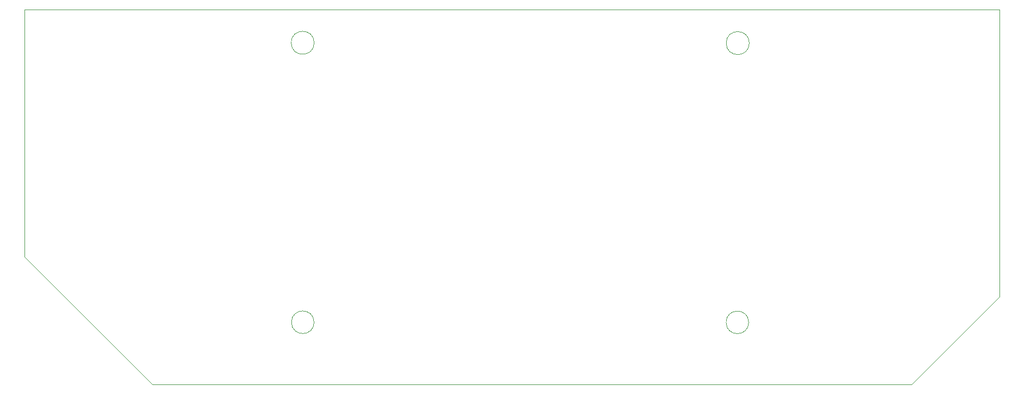
<source format=gbr>
G04 #@! TF.GenerationSoftware,KiCad,Pcbnew,5.1.5*
G04 #@! TF.CreationDate,2020-01-03T21:14:41-05:00*
G04 #@! TF.ProjectId,Poofer Control,506f6f66-6572-4204-936f-6e74726f6c2e,rev?*
G04 #@! TF.SameCoordinates,Original*
G04 #@! TF.FileFunction,Profile,NP*
%FSLAX46Y46*%
G04 Gerber Fmt 4.6, Leading zero omitted, Abs format (unit mm)*
G04 Created by KiCad (PCBNEW 5.1.5) date 2020-01-03 21:14:41*
%MOMM*%
%LPD*%
G04 APERTURE LIST*
%ADD10C,0.050000*%
G04 APERTURE END LIST*
D10*
X187470051Y-98062051D02*
G75*
G03X187470051Y-98062051I-1796051J0D01*
G01*
X187559240Y-53594000D02*
G75*
G03X187559240Y-53594000I-1831620J0D01*
G01*
X118417620Y-53540380D02*
G75*
G03X118417620Y-53540380I-1831620J0D01*
G01*
X118400102Y-98044000D02*
G75*
G03X118400102Y-98044000I-1796051J0D01*
G01*
X72390000Y-48260000D02*
X227330000Y-48260000D01*
X72390000Y-87630000D02*
X72390000Y-48260000D01*
X92710000Y-107950000D02*
X72390000Y-87630000D01*
X213360000Y-107950000D02*
X92710000Y-107950000D01*
X227330000Y-93980000D02*
X213360000Y-107950000D01*
X227330000Y-48260000D02*
X227330000Y-93980000D01*
M02*

</source>
